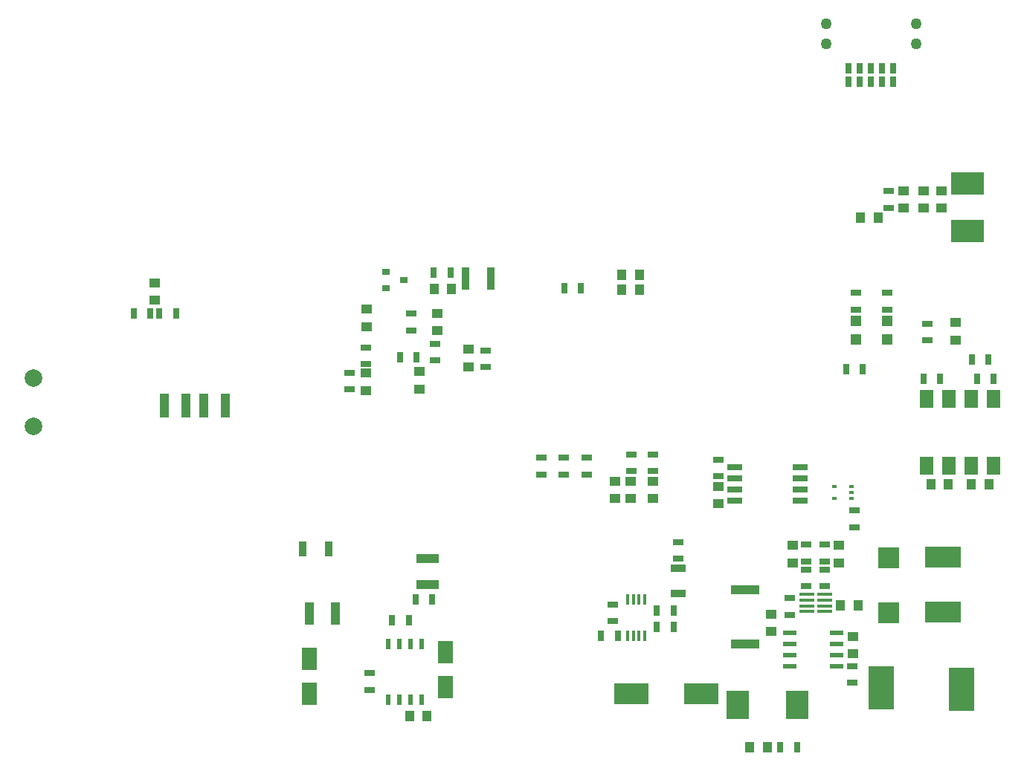
<source format=gtp>
G04 #@! TF.GenerationSoftware,KiCad,Pcbnew,5.1.9+dfsg1-1~bpo10+1*
G04 #@! TF.CreationDate,2021-11-10T17:09:55+00:00*
G04 #@! TF.ProjectId,dropbot_control_board,64726f70-626f-4745-9f63-6f6e74726f6c,v3.6*
G04 #@! TF.SameCoordinates,Original*
G04 #@! TF.FileFunction,Paste,Top*
G04 #@! TF.FilePolarity,Positive*
%FSLAX46Y46*%
G04 Gerber Fmt 4.6, Leading zero omitted, Abs format (unit mm)*
G04 Created by KiCad (PCBNEW 5.1.9+dfsg1-1~bpo10+1) date 2021-11-10 17:09:55*
%MOMM*%
%LPD*%
G01*
G04 APERTURE LIST*
%ADD10R,1.550000X0.600000*%
%ADD11R,1.800000X0.640000*%
%ADD12R,1.727000X0.457000*%
%ADD13R,1.000000X2.800000*%
%ADD14R,1.198880X1.198880*%
%ADD15R,2.430000X2.370000*%
%ADD16R,4.130000X2.370000*%
%ADD17R,0.400000X1.200000*%
%ADD18R,4.000500X2.400300*%
%ADD19R,1.800860X2.499360*%
%ADD20R,0.508000X1.143000*%
%ADD21R,1.000000X1.250000*%
%ADD22R,1.250000X1.000000*%
%ADD23R,0.700000X1.300000*%
%ADD24R,1.524000X2.032000*%
%ADD25R,1.300000X0.700000*%
%ADD26R,1.700000X0.900000*%
%ADD27R,3.200000X1.000000*%
%ADD28R,2.500000X1.000000*%
%ADD29R,2.999740X4.900000*%
%ADD30R,2.499360X3.299460*%
%ADD31R,0.600000X0.420000*%
%ADD32R,0.736600X1.143000*%
%ADD33C,1.270000*%
%ADD34R,3.749040X2.550160*%
%ADD35R,1.000000X2.500000*%
%ADD36R,0.900000X1.700000*%
%ADD37C,2.000000*%
%ADD38R,0.900000X0.800000*%
%ADD39R,0.900000X2.500000*%
G04 APERTURE END LIST*
D10*
X127109000Y-95693000D03*
X127109000Y-94423000D03*
X127109000Y-93153000D03*
X127109000Y-91883000D03*
X121709000Y-91883000D03*
X121709000Y-93153000D03*
X121709000Y-94423000D03*
X121709000Y-95693000D03*
D11*
X115500000Y-72995000D03*
X115500000Y-74265000D03*
X115500000Y-75535000D03*
X115500000Y-76805000D03*
X122900000Y-76805000D03*
X122900000Y-75535000D03*
X122900000Y-74265000D03*
X122900000Y-72995000D03*
D12*
X125754000Y-89475000D03*
X125754000Y-88825000D03*
X125754000Y-88175000D03*
X125754000Y-87525000D03*
X123646000Y-87525000D03*
X123646000Y-88175000D03*
X123646000Y-88825000D03*
X123646000Y-89475000D03*
D13*
X55000000Y-66000000D03*
X57500000Y-66000000D03*
X53000000Y-66000000D03*
X50500000Y-66000000D03*
D14*
X132800000Y-56350980D03*
X132800000Y-58449020D03*
X129300000Y-56350980D03*
X129300000Y-58449020D03*
D15*
X133000000Y-83380000D03*
X133000000Y-89620000D03*
D16*
X139200000Y-83280000D03*
X139200000Y-89520000D03*
D17*
X105225000Y-88050000D03*
X104575000Y-88050000D03*
X103925000Y-88050000D03*
X103275000Y-88050000D03*
X103275000Y-92250000D03*
X103925000Y-92250000D03*
X104575000Y-92250000D03*
X105225000Y-92250000D03*
D18*
X111700500Y-98800000D03*
X103699500Y-98800000D03*
D19*
X67005000Y-94837020D03*
X67005000Y-98834980D03*
X82499000Y-94075020D03*
X82499000Y-98072980D03*
D20*
X76022000Y-93153000D03*
X77292000Y-93153000D03*
X78562000Y-93153000D03*
X79832000Y-93153000D03*
X79832000Y-99503000D03*
X78562000Y-99503000D03*
X77292000Y-99503000D03*
X76022000Y-99503000D03*
D21*
X142400000Y-75000000D03*
X144400000Y-75000000D03*
X139800000Y-75000000D03*
X137800000Y-75000000D03*
D22*
X85150000Y-61550000D03*
X85150000Y-59550000D03*
D23*
X138850000Y-62900000D03*
X136950000Y-62900000D03*
X143050000Y-62900000D03*
X144950000Y-62900000D03*
D24*
X144910000Y-65190000D03*
X142370000Y-65190000D03*
X139830000Y-65190000D03*
X137290000Y-65190000D03*
X137290000Y-72810000D03*
X139830000Y-72810000D03*
X142370000Y-72810000D03*
X144910000Y-72810000D03*
D22*
X128900000Y-92300000D03*
X128900000Y-94300000D03*
D21*
X80451000Y-101408000D03*
X78451000Y-101408000D03*
D22*
X119583000Y-91740000D03*
X119583000Y-89740000D03*
D21*
X129500000Y-88800000D03*
X127500000Y-88800000D03*
D25*
X129300000Y-53150000D03*
X129300000Y-55050000D03*
X132800000Y-53150000D03*
X132800000Y-55050000D03*
X121700000Y-89850000D03*
X121700000Y-87950000D03*
X109000000Y-81550000D03*
X109000000Y-83450000D03*
D23*
X108500000Y-89350000D03*
X106600000Y-89350000D03*
X106600000Y-91200000D03*
X108500000Y-91200000D03*
X100250000Y-92225000D03*
X102150000Y-92225000D03*
D25*
X101549000Y-88647000D03*
X101549000Y-90547000D03*
D23*
X130050000Y-61800000D03*
X128150000Y-61800000D03*
X76469000Y-90486000D03*
X78369000Y-90486000D03*
D26*
X109000000Y-84550000D03*
X109000000Y-87450000D03*
D27*
X116662000Y-93205000D03*
X116662000Y-87005000D03*
D28*
X80467000Y-86398000D03*
X80467000Y-83398000D03*
D29*
X132127000Y-98119000D03*
X141327000Y-98319000D03*
D30*
X115798940Y-100100000D03*
X122601060Y-100100000D03*
D31*
X128750000Y-76550000D03*
X128750000Y-75250000D03*
X126850000Y-76550000D03*
X128750000Y-75900000D03*
X126850000Y-75250000D03*
D25*
X113600000Y-72150000D03*
X113600000Y-74050000D03*
D22*
X113600000Y-75200000D03*
X113600000Y-77200000D03*
D25*
X129100000Y-77950000D03*
X129100000Y-79850000D03*
D21*
X117200000Y-104900000D03*
X119200000Y-104900000D03*
D32*
X133540000Y-27578600D03*
X133540000Y-29102600D03*
X132270000Y-27578600D03*
X132270000Y-29102600D03*
X131000000Y-27578600D03*
X131000000Y-29102600D03*
X129730000Y-27578600D03*
X129730000Y-29102600D03*
X128460000Y-27578600D03*
X128460000Y-29102600D03*
D33*
X136130800Y-22473200D03*
X125869200Y-22473200D03*
X136130800Y-24733800D03*
X125869200Y-24733800D03*
D25*
X128875000Y-97600000D03*
X128875000Y-95700000D03*
D23*
X120650000Y-104900000D03*
X122550000Y-104900000D03*
D22*
X103600000Y-74600000D03*
X103600000Y-76600000D03*
X106200000Y-76600000D03*
X106200000Y-74600000D03*
D21*
X102600000Y-52800000D03*
X104600000Y-52800000D03*
X102600000Y-51100000D03*
X104600000Y-51100000D03*
D22*
X122050000Y-83900000D03*
X122050000Y-81900000D03*
X127325000Y-81900000D03*
X127325000Y-83900000D03*
D34*
X142000000Y-40699980D03*
X142000000Y-46100020D03*
D22*
X139000000Y-43500000D03*
X139000000Y-41500000D03*
X137000000Y-43500000D03*
X137000000Y-41500000D03*
D25*
X103700000Y-71550000D03*
X103700000Y-73450000D03*
X106200000Y-71550000D03*
X106200000Y-73450000D03*
X123625000Y-84700000D03*
X123625000Y-86600000D03*
X125750000Y-84700000D03*
X125750000Y-86600000D03*
X123625000Y-81850000D03*
X123625000Y-83750000D03*
X125750000Y-81850000D03*
X125750000Y-83750000D03*
D23*
X79150000Y-88125000D03*
X81050000Y-88125000D03*
D22*
X101800000Y-74600000D03*
X101800000Y-76600000D03*
D21*
X131800000Y-44600000D03*
X129800000Y-44600000D03*
D22*
X134700000Y-41500000D03*
X134700000Y-43500000D03*
D25*
X133000000Y-43450000D03*
X133000000Y-41550000D03*
D23*
X97950000Y-52600000D03*
X96050000Y-52600000D03*
X47050000Y-55500000D03*
X48950000Y-55500000D03*
X49950000Y-55500000D03*
X51850000Y-55500000D03*
D35*
X70029000Y-89724000D03*
X67029000Y-89724000D03*
D22*
X49400000Y-52000000D03*
X49400000Y-54000000D03*
D36*
X69217000Y-82358000D03*
X66317000Y-82358000D03*
D25*
X73900000Y-98400000D03*
X73900000Y-96500000D03*
D37*
X35600000Y-62842830D03*
X35600000Y-68354630D03*
D21*
X83250000Y-52700000D03*
X81250000Y-52700000D03*
D22*
X81600000Y-55450000D03*
X81600000Y-57450000D03*
X73500000Y-62300000D03*
X73500000Y-64300000D03*
X73550000Y-55000000D03*
X73550000Y-57000000D03*
X79600000Y-64100000D03*
X79600000Y-62100000D03*
D38*
X75800000Y-50750000D03*
X75800000Y-52650000D03*
X77800000Y-51700000D03*
D39*
X84800000Y-51550000D03*
X87700000Y-51550000D03*
D23*
X83100000Y-50800000D03*
X81200000Y-50800000D03*
D25*
X73500000Y-59350000D03*
X73500000Y-61250000D03*
X71600000Y-62250000D03*
X71600000Y-64150000D03*
X78650000Y-55500000D03*
X78650000Y-57400000D03*
X93500000Y-71950000D03*
X93500000Y-73850000D03*
X96000000Y-71950000D03*
X96000000Y-73850000D03*
D23*
X77350000Y-60450000D03*
X79250000Y-60450000D03*
D25*
X81350000Y-60850000D03*
X81350000Y-58950000D03*
X87100000Y-59700000D03*
X87100000Y-61600000D03*
D22*
X140600000Y-56500000D03*
X140600000Y-58500000D03*
D25*
X137400000Y-56650000D03*
X137400000Y-58550000D03*
X98600000Y-71950000D03*
X98600000Y-73850000D03*
D23*
X142450000Y-60700000D03*
X144350000Y-60700000D03*
M02*

</source>
